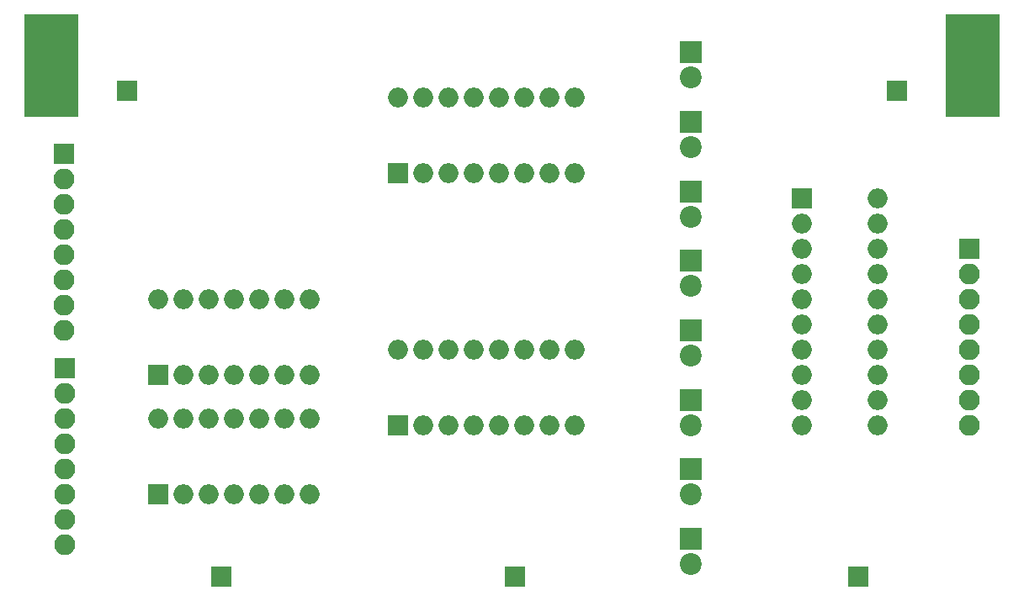
<source format=gbr>
G04 #@! TF.FileFunction,Soldermask,Top*
%FSLAX46Y46*%
G04 Gerber Fmt 4.6, Leading zero omitted, Abs format (unit mm)*
G04 Created by KiCad (PCBNEW 4.0.6-e0-6349~53~ubuntu16.04.1) date Mon May 29 18:46:17 2017*
%MOMM*%
%LPD*%
G01*
G04 APERTURE LIST*
%ADD10C,0.100000*%
%ADD11R,2.200000X2.200000*%
%ADD12C,2.200000*%
%ADD13R,2.100000X2.100000*%
%ADD14O,2.100000X2.100000*%
%ADD15R,2.000000X2.000000*%
%ADD16O,2.000000X2.000000*%
%ADD17R,5.400000X10.400000*%
G04 APERTURE END LIST*
D10*
D11*
X118000000Y-53905000D03*
D12*
X118000000Y-56445000D03*
D11*
X118000000Y-60905000D03*
D12*
X118000000Y-63445000D03*
D11*
X118000000Y-67905000D03*
D12*
X118000000Y-70445000D03*
D11*
X118000000Y-74905000D03*
D12*
X118000000Y-77445000D03*
D11*
X118000000Y-81905000D03*
D12*
X118000000Y-84445000D03*
D11*
X118000000Y-88905000D03*
D12*
X118000000Y-91445000D03*
D11*
X118000000Y-95905000D03*
D12*
X118000000Y-98445000D03*
D11*
X118000000Y-102905000D03*
D12*
X118000000Y-105445000D03*
D13*
X54925000Y-64135000D03*
D14*
X54925000Y-66675000D03*
X54925000Y-69215000D03*
X54925000Y-71755000D03*
X54925000Y-74295000D03*
X54925000Y-76835000D03*
X54925000Y-79375000D03*
X54925000Y-81915000D03*
D13*
X55000000Y-85715000D03*
D14*
X55000000Y-88255000D03*
X55000000Y-90795000D03*
X55000000Y-93335000D03*
X55000000Y-95875000D03*
X55000000Y-98415000D03*
X55000000Y-100955000D03*
X55000000Y-103495000D03*
D13*
X70800000Y-106680000D03*
X100330000Y-106680000D03*
X146050000Y-73660000D03*
D14*
X146050000Y-76200000D03*
X146050000Y-78740000D03*
X146050000Y-81280000D03*
X146050000Y-83820000D03*
X146050000Y-86360000D03*
X146050000Y-88900000D03*
X146050000Y-91440000D03*
D13*
X134874000Y-106680000D03*
D15*
X88580000Y-66040000D03*
D16*
X106360000Y-58420000D03*
X91120000Y-66040000D03*
X103820000Y-58420000D03*
X93660000Y-66040000D03*
X101280000Y-58420000D03*
X96200000Y-66040000D03*
X98740000Y-58420000D03*
X98740000Y-66040000D03*
X96200000Y-58420000D03*
X101280000Y-66040000D03*
X93660000Y-58420000D03*
X103820000Y-66040000D03*
X91120000Y-58420000D03*
X106360000Y-66040000D03*
X88580000Y-58420000D03*
D15*
X88580000Y-91440000D03*
D16*
X106360000Y-83820000D03*
X91120000Y-91440000D03*
X103820000Y-83820000D03*
X93660000Y-91440000D03*
X101280000Y-83820000D03*
X96200000Y-91440000D03*
X98740000Y-83820000D03*
X98740000Y-91440000D03*
X96200000Y-83820000D03*
X101280000Y-91440000D03*
X93660000Y-83820000D03*
X103820000Y-91440000D03*
X91120000Y-83820000D03*
X106360000Y-91440000D03*
X88580000Y-83820000D03*
D15*
X64450000Y-98425000D03*
D16*
X79690000Y-90805000D03*
X66990000Y-98425000D03*
X77150000Y-90805000D03*
X69530000Y-98425000D03*
X74610000Y-90805000D03*
X72070000Y-98425000D03*
X72070000Y-90805000D03*
X74610000Y-98425000D03*
X69530000Y-90805000D03*
X77150000Y-98425000D03*
X66990000Y-90805000D03*
X79690000Y-98425000D03*
X64450000Y-90805000D03*
D15*
X64450000Y-86360000D03*
D16*
X79690000Y-78740000D03*
X66990000Y-86360000D03*
X77150000Y-78740000D03*
X69530000Y-86360000D03*
X74610000Y-78740000D03*
X72070000Y-86360000D03*
X72070000Y-78740000D03*
X74610000Y-86360000D03*
X69530000Y-78740000D03*
X77150000Y-86360000D03*
X66990000Y-78740000D03*
X79690000Y-86360000D03*
X64450000Y-78740000D03*
D15*
X129220000Y-68580000D03*
D16*
X136840000Y-91440000D03*
X129220000Y-71120000D03*
X136840000Y-88900000D03*
X129220000Y-73660000D03*
X136840000Y-86360000D03*
X129220000Y-76200000D03*
X136840000Y-83820000D03*
X129220000Y-78740000D03*
X136840000Y-81280000D03*
X129220000Y-81280000D03*
X136840000Y-78740000D03*
X129220000Y-83820000D03*
X136840000Y-76200000D03*
X129220000Y-86360000D03*
X136840000Y-73660000D03*
X129220000Y-88900000D03*
X136840000Y-71120000D03*
X129220000Y-91440000D03*
X136840000Y-68580000D03*
D13*
X138745000Y-57785000D03*
X61275000Y-57785000D03*
D17*
X146365000Y-55245000D03*
X53655000Y-55245000D03*
M02*

</source>
